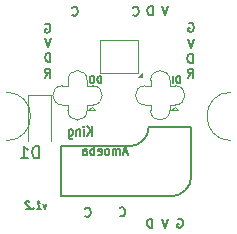
<source format=gbo>
G04 #@! TF.GenerationSoftware,KiCad,Pcbnew,(6.0.7-1)-1*
G04 #@! TF.CreationDate,2022-08-17T19:26:05+01:00*
G04 #@! TF.ProjectId,amoeba-king,616d6f65-6261-42d6-9b69-6e672e6b6963,rev?*
G04 #@! TF.SameCoordinates,Original*
G04 #@! TF.FileFunction,Legend,Bot*
G04 #@! TF.FilePolarity,Positive*
%FSLAX46Y46*%
G04 Gerber Fmt 4.6, Leading zero omitted, Abs format (unit mm)*
G04 Created by KiCad (PCBNEW (6.0.7-1)-1) date 2022-08-17 19:26:05*
%MOMM*%
%LPD*%
G01*
G04 APERTURE LIST*
%ADD10C,0.100000*%
%ADD11C,0.158750*%
%ADD12C,0.152400*%
%ADD13C,0.150000*%
%ADD14C,0.127000*%
%ADD15C,0.120000*%
G04 APERTURE END LIST*
D10*
G36*
X77419200Y-165328600D02*
G01*
X77038200Y-165328600D01*
X77419200Y-164947600D01*
X77419200Y-165328600D01*
G37*
X77419200Y-165328600D02*
X77038200Y-165328600D01*
X77419200Y-164947600D01*
X77419200Y-165328600D01*
X65912712Y-170717638D02*
G75*
G03*
X65927338Y-166609033I148J2054328D01*
G01*
X84963000Y-166601671D02*
G75*
G03*
X84948374Y-170710278I-140J-2054329D01*
G01*
D11*
X69303843Y-176051028D02*
X69205569Y-176474361D01*
X69001462Y-176051028D01*
X68479855Y-176474361D02*
X68842712Y-176474361D01*
X68661283Y-176474361D02*
X68581908Y-175839361D01*
X68653724Y-175930076D01*
X68721759Y-175990552D01*
X68786015Y-176020790D01*
X68200152Y-176413885D02*
X68173694Y-176444123D01*
X68207712Y-176474361D01*
X68234170Y-176444123D01*
X68200152Y-176413885D01*
X68207712Y-176474361D01*
X67863754Y-175899838D02*
X67829736Y-175869600D01*
X67765480Y-175839361D01*
X67614289Y-175839361D01*
X67557593Y-175869600D01*
X67531134Y-175899838D01*
X67508456Y-175960314D01*
X67516015Y-176020790D01*
X67557593Y-176111504D01*
X67965807Y-176474361D01*
X67572712Y-176474361D01*
D12*
X69643171Y-164047714D02*
X69643171Y-163285714D01*
X69461742Y-163285714D01*
X69352885Y-163322000D01*
X69280314Y-163394571D01*
X69244028Y-163467142D01*
X69207742Y-163612285D01*
X69207742Y-163721142D01*
X69244028Y-163866285D01*
X69280314Y-163938857D01*
X69352885Y-164011428D01*
X69461742Y-164047714D01*
X69643171Y-164047714D01*
D13*
X81323542Y-165368514D02*
X81577542Y-165005657D01*
X81758971Y-165368514D02*
X81758971Y-164606514D01*
X81468685Y-164606514D01*
X81396114Y-164642800D01*
X81359828Y-164679085D01*
X81323542Y-164751657D01*
X81323542Y-164860514D01*
X81359828Y-164933085D01*
X81396114Y-164969371D01*
X81468685Y-165005657D01*
X81758971Y-165005657D01*
D12*
X79629000Y-177306514D02*
X79375000Y-178068514D01*
X79121000Y-177306514D01*
X78304571Y-160085314D02*
X78304571Y-159323314D01*
X78123142Y-159323314D01*
X78014285Y-159359600D01*
X77941714Y-159432171D01*
X77905428Y-159504742D01*
X77869142Y-159649885D01*
X77869142Y-159758742D01*
X77905428Y-159903885D01*
X77941714Y-159976457D01*
X78014285Y-160049028D01*
X78123142Y-160085314D01*
X78304571Y-160085314D01*
X81813400Y-162066514D02*
X81559400Y-162828514D01*
X81305400Y-162066514D01*
X81682771Y-164123914D02*
X81682771Y-163361914D01*
X81501342Y-163361914D01*
X81392485Y-163398200D01*
X81319914Y-163470771D01*
X81283628Y-163543342D01*
X81247342Y-163688485D01*
X81247342Y-163797342D01*
X81283628Y-163942485D01*
X81319914Y-164015057D01*
X81392485Y-164087628D01*
X81501342Y-164123914D01*
X81682771Y-164123914D01*
X78253771Y-178068514D02*
X78253771Y-177306514D01*
X78072342Y-177306514D01*
X77963485Y-177342800D01*
X77890914Y-177415371D01*
X77854628Y-177487942D01*
X77818342Y-177633085D01*
X77818342Y-177741942D01*
X77854628Y-177887085D01*
X77890914Y-177959657D01*
X77963485Y-178032228D01*
X78072342Y-178068514D01*
X78253771Y-178068514D01*
X69672200Y-162015714D02*
X69418200Y-162777714D01*
X69164200Y-162015714D01*
D14*
X80619600Y-165832971D02*
X80619600Y-165223371D01*
X80474457Y-165223371D01*
X80387371Y-165252400D01*
X80329314Y-165310457D01*
X80300285Y-165368514D01*
X80271257Y-165484628D01*
X80271257Y-165571714D01*
X80300285Y-165687828D01*
X80329314Y-165745885D01*
X80387371Y-165803942D01*
X80474457Y-165832971D01*
X80619600Y-165832971D01*
X80010000Y-165832971D02*
X80010000Y-165223371D01*
D13*
X69182342Y-165368514D02*
X69436342Y-165005657D01*
X69617771Y-165368514D02*
X69617771Y-164606514D01*
X69327485Y-164606514D01*
X69254914Y-164642800D01*
X69218628Y-164679085D01*
X69182342Y-164751657D01*
X69182342Y-164860514D01*
X69218628Y-164933085D01*
X69254914Y-164969371D01*
X69327485Y-165005657D01*
X69617771Y-165005657D01*
X71506442Y-160063542D02*
X71542728Y-160099828D01*
X71651585Y-160136114D01*
X71724157Y-160136114D01*
X71833014Y-160099828D01*
X71905585Y-160027257D01*
X71941871Y-159954685D01*
X71978157Y-159809542D01*
X71978157Y-159700685D01*
X71941871Y-159555542D01*
X71905585Y-159482971D01*
X71833014Y-159410400D01*
X71724157Y-159374114D01*
X71651585Y-159374114D01*
X71542728Y-159410400D01*
X71506442Y-159446685D01*
X76649942Y-160063542D02*
X76686228Y-160099828D01*
X76795085Y-160136114D01*
X76867657Y-160136114D01*
X76976514Y-160099828D01*
X77049085Y-160027257D01*
X77085371Y-159954685D01*
X77121657Y-159809542D01*
X77121657Y-159700685D01*
X77085371Y-159555542D01*
X77049085Y-159482971D01*
X76976514Y-159410400D01*
X76867657Y-159374114D01*
X76795085Y-159374114D01*
X76686228Y-159410400D01*
X76649942Y-159446685D01*
X76158900Y-171697633D02*
X75825566Y-171697633D01*
X76225566Y-171926204D02*
X75992233Y-171126204D01*
X75758900Y-171926204D01*
X75525566Y-171926204D02*
X75525566Y-171392871D01*
X75525566Y-171469061D02*
X75492233Y-171430966D01*
X75425566Y-171392871D01*
X75325566Y-171392871D01*
X75258900Y-171430966D01*
X75225566Y-171507157D01*
X75225566Y-171926204D01*
X75225566Y-171507157D02*
X75192233Y-171430966D01*
X75125566Y-171392871D01*
X75025566Y-171392871D01*
X74958900Y-171430966D01*
X74925566Y-171507157D01*
X74925566Y-171926204D01*
X74492233Y-171926204D02*
X74558900Y-171888109D01*
X74592233Y-171850014D01*
X74625566Y-171773823D01*
X74625566Y-171545252D01*
X74592233Y-171469061D01*
X74558900Y-171430966D01*
X74492233Y-171392871D01*
X74392233Y-171392871D01*
X74325566Y-171430966D01*
X74292233Y-171469061D01*
X74258900Y-171545252D01*
X74258900Y-171773823D01*
X74292233Y-171850014D01*
X74325566Y-171888109D01*
X74392233Y-171926204D01*
X74492233Y-171926204D01*
X73692233Y-171888109D02*
X73758900Y-171926204D01*
X73892233Y-171926204D01*
X73958900Y-171888109D01*
X73992233Y-171811919D01*
X73992233Y-171507157D01*
X73958900Y-171430966D01*
X73892233Y-171392871D01*
X73758900Y-171392871D01*
X73692233Y-171430966D01*
X73658900Y-171507157D01*
X73658900Y-171583347D01*
X73992233Y-171659538D01*
X73358900Y-171926204D02*
X73358900Y-171126204D01*
X73358900Y-171430966D02*
X73292233Y-171392871D01*
X73158900Y-171392871D01*
X73092233Y-171430966D01*
X73058900Y-171469061D01*
X73025566Y-171545252D01*
X73025566Y-171773823D01*
X73058900Y-171850014D01*
X73092233Y-171888109D01*
X73158900Y-171926204D01*
X73292233Y-171926204D01*
X73358900Y-171888109D01*
X72425566Y-171926204D02*
X72425566Y-171507157D01*
X72458900Y-171430966D01*
X72525566Y-171392871D01*
X72658900Y-171392871D01*
X72725566Y-171430966D01*
X72425566Y-171888109D02*
X72492233Y-171926204D01*
X72658900Y-171926204D01*
X72725566Y-171888109D01*
X72758900Y-171811919D01*
X72758900Y-171735728D01*
X72725566Y-171659538D01*
X72658900Y-171621442D01*
X72492233Y-171621442D01*
X72425566Y-171583347D01*
D14*
X73961171Y-165832971D02*
X73961171Y-165223371D01*
X73816028Y-165223371D01*
X73728942Y-165252400D01*
X73670885Y-165310457D01*
X73641857Y-165368514D01*
X73612828Y-165484628D01*
X73612828Y-165571714D01*
X73641857Y-165687828D01*
X73670885Y-165745885D01*
X73728942Y-165803942D01*
X73816028Y-165832971D01*
X73961171Y-165832971D01*
X73235457Y-165223371D02*
X73119342Y-165223371D01*
X73061285Y-165252400D01*
X73003228Y-165310457D01*
X72974200Y-165426571D01*
X72974200Y-165629771D01*
X73003228Y-165745885D01*
X73061285Y-165803942D01*
X73119342Y-165832971D01*
X73235457Y-165832971D01*
X73293514Y-165803942D01*
X73351571Y-165745885D01*
X73380600Y-165629771D01*
X73380600Y-165426571D01*
X73351571Y-165310457D01*
X73293514Y-165252400D01*
X73235457Y-165223371D01*
D13*
X72585942Y-177081542D02*
X72622228Y-177117828D01*
X72731085Y-177154114D01*
X72803657Y-177154114D01*
X72912514Y-177117828D01*
X72985085Y-177045257D01*
X73021371Y-176972685D01*
X73057657Y-176827542D01*
X73057657Y-176718685D01*
X73021371Y-176573542D01*
X72985085Y-176500971D01*
X72912514Y-176428400D01*
X72803657Y-176392114D01*
X72731085Y-176392114D01*
X72622228Y-176428400D01*
X72585942Y-176464685D01*
D12*
X79629000Y-159323314D02*
X79375000Y-160085314D01*
X79121000Y-159323314D01*
X69218628Y-160832800D02*
X69291200Y-160796514D01*
X69400057Y-160796514D01*
X69508914Y-160832800D01*
X69581485Y-160905371D01*
X69617771Y-160977942D01*
X69654057Y-161123085D01*
X69654057Y-161231942D01*
X69617771Y-161377085D01*
X69581485Y-161449657D01*
X69508914Y-161522228D01*
X69400057Y-161558514D01*
X69327485Y-161558514D01*
X69218628Y-161522228D01*
X69182342Y-161485942D01*
X69182342Y-161231942D01*
X69327485Y-161231942D01*
D13*
X75519642Y-177056142D02*
X75555928Y-177092428D01*
X75664785Y-177128714D01*
X75737357Y-177128714D01*
X75846214Y-177092428D01*
X75918785Y-177019857D01*
X75955071Y-176947285D01*
X75991357Y-176802142D01*
X75991357Y-176693285D01*
X75955071Y-176548142D01*
X75918785Y-176475571D01*
X75846214Y-176403000D01*
X75737357Y-176366714D01*
X75664785Y-176366714D01*
X75555928Y-176403000D01*
X75519642Y-176439285D01*
D12*
X81359828Y-160782000D02*
X81432400Y-160745714D01*
X81541257Y-160745714D01*
X81650114Y-160782000D01*
X81722685Y-160854571D01*
X81758971Y-160927142D01*
X81795257Y-161072285D01*
X81795257Y-161181142D01*
X81758971Y-161326285D01*
X81722685Y-161398857D01*
X81650114Y-161471428D01*
X81541257Y-161507714D01*
X81468685Y-161507714D01*
X81359828Y-161471428D01*
X81323542Y-161435142D01*
X81323542Y-161181142D01*
X81468685Y-161181142D01*
D13*
X73182833Y-170300604D02*
X73182833Y-169500604D01*
X72782833Y-170300604D02*
X73082833Y-169843461D01*
X72782833Y-169500604D02*
X73182833Y-169957747D01*
X72482833Y-170300604D02*
X72482833Y-169767271D01*
X72482833Y-169500604D02*
X72516166Y-169538700D01*
X72482833Y-169576795D01*
X72449500Y-169538700D01*
X72482833Y-169500604D01*
X72482833Y-169576795D01*
X72149500Y-169767271D02*
X72149500Y-170300604D01*
X72149500Y-169843461D02*
X72116166Y-169805366D01*
X72049500Y-169767271D01*
X71949500Y-169767271D01*
X71882833Y-169805366D01*
X71849500Y-169881557D01*
X71849500Y-170300604D01*
X71216166Y-169767271D02*
X71216166Y-170414890D01*
X71249500Y-170491080D01*
X71282833Y-170529176D01*
X71349500Y-170567271D01*
X71449500Y-170567271D01*
X71516166Y-170529176D01*
X71216166Y-170262509D02*
X71282833Y-170300604D01*
X71416166Y-170300604D01*
X71482833Y-170262509D01*
X71516166Y-170224414D01*
X71549500Y-170148223D01*
X71549500Y-169919652D01*
X71516166Y-169843461D01*
X71482833Y-169805366D01*
X71416166Y-169767271D01*
X71282833Y-169767271D01*
X71216166Y-169805366D01*
D12*
X80445428Y-177342800D02*
X80518000Y-177306514D01*
X80626857Y-177306514D01*
X80735714Y-177342800D01*
X80808285Y-177415371D01*
X80844571Y-177487942D01*
X80880857Y-177633085D01*
X80880857Y-177741942D01*
X80844571Y-177887085D01*
X80808285Y-177959657D01*
X80735714Y-178032228D01*
X80626857Y-178068514D01*
X80554285Y-178068514D01*
X80445428Y-178032228D01*
X80409142Y-177995942D01*
X80409142Y-177741942D01*
X80554285Y-177741942D01*
D13*
X68683095Y-172194480D02*
X68683095Y-171194480D01*
X68445000Y-171194480D01*
X68302142Y-171242100D01*
X68206904Y-171337338D01*
X68159285Y-171432576D01*
X68111666Y-171623052D01*
X68111666Y-171765909D01*
X68159285Y-171956385D01*
X68206904Y-172051623D01*
X68302142Y-172146861D01*
X68445000Y-172194480D01*
X68683095Y-172194480D01*
X67159285Y-172194480D02*
X67730714Y-172194480D01*
X67445000Y-172194480D02*
X67445000Y-171194480D01*
X67540238Y-171337338D01*
X67635476Y-171432576D01*
X67730714Y-171480195D01*
X76303000Y-171196000D02*
X70573000Y-171196000D01*
X81573000Y-173736000D02*
X81573000Y-169521000D01*
X79898000Y-175411000D02*
X70573000Y-175411000D01*
X81573000Y-169521000D02*
X77978000Y-169521000D01*
X70573000Y-175406000D02*
X70573000Y-171196000D01*
X76303000Y-171196000D02*
G75*
G03*
X77978000Y-169521000I0J1675000D01*
G01*
X79898000Y-175411000D02*
G75*
G03*
X81573000Y-173736000I0J1675000D01*
G01*
D15*
X71134600Y-168158000D02*
X71134600Y-167690800D01*
X73165180Y-167857020D02*
X73465180Y-168157020D01*
X72760200Y-167690800D02*
X72760200Y-168158000D01*
X72760200Y-166065200D02*
X73227400Y-166065200D01*
X71134600Y-166065200D02*
X71134600Y-165598000D01*
X71134600Y-167690800D02*
X70667400Y-167690800D01*
X72760200Y-165598000D02*
X72760200Y-166065200D01*
X73465180Y-168157020D02*
X72865180Y-168157020D01*
X70667400Y-166065200D02*
X71134600Y-166065200D01*
X73165180Y-167857020D02*
X72865180Y-168157020D01*
X73227400Y-167690800D02*
X72760200Y-167690800D01*
X71134600Y-168158000D02*
G75*
G03*
X72760200Y-168158000I812800J0D01*
G01*
X70667400Y-166065200D02*
G75*
G03*
X70667400Y-167690800I0J-812800D01*
G01*
X72760200Y-165598000D02*
G75*
G03*
X71134600Y-165598000I-812800J0D01*
G01*
X73227400Y-167690800D02*
G75*
G03*
X73227400Y-166065200I0J812800D01*
G01*
X80460980Y-168157020D02*
X79860980Y-168157020D01*
X78130400Y-168158000D02*
X78130400Y-167690800D01*
X78130400Y-166065200D02*
X78130400Y-165598000D01*
X80160980Y-167857020D02*
X80460980Y-168157020D01*
X79756000Y-167690800D02*
X79756000Y-168158000D01*
X80160980Y-167857020D02*
X79860980Y-168157020D01*
X79756000Y-166065200D02*
X80223200Y-166065200D01*
X77663200Y-166065200D02*
X78130400Y-166065200D01*
X80223200Y-167690800D02*
X79756000Y-167690800D01*
X79756000Y-165598000D02*
X79756000Y-166065200D01*
X78130400Y-167690800D02*
X77663200Y-167690800D01*
X79756000Y-165598000D02*
G75*
G03*
X78130400Y-165598000I-812800J0D01*
G01*
X80223200Y-167690800D02*
G75*
G03*
X80223200Y-166065200I0J812800D01*
G01*
X78130400Y-168158000D02*
G75*
G03*
X79756000Y-168158000I812800J0D01*
G01*
X77663200Y-166065200D02*
G75*
G03*
X77663200Y-167690800I0J-812800D01*
G01*
X69719700Y-166811400D02*
X69719700Y-170711400D01*
X67719700Y-166811400D02*
X69719700Y-166811400D01*
X67719700Y-166811400D02*
X67719700Y-170711400D01*
X73838000Y-164976000D02*
X77038000Y-164976000D01*
X73838000Y-162176000D02*
X73838000Y-164976000D01*
X77038000Y-164976000D02*
X77038000Y-162176000D01*
X77038000Y-162176000D02*
X73838000Y-162176000D01*
M02*

</source>
